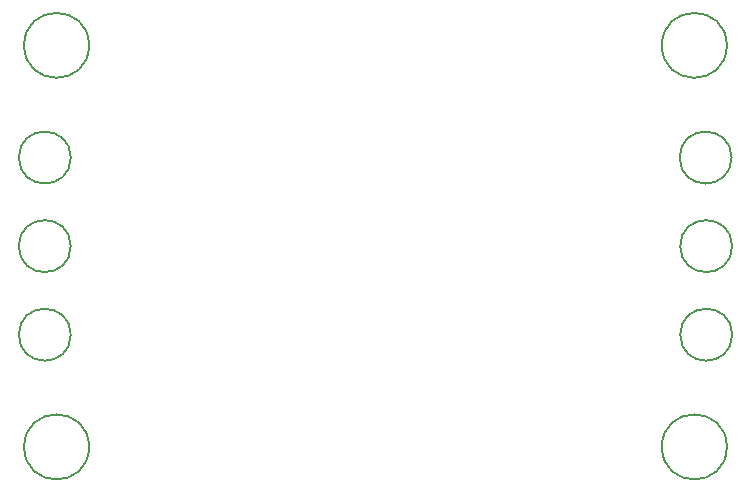
<source format=gbr>
%TF.GenerationSoftware,KiCad,Pcbnew,8.0.5*%
%TF.CreationDate,2024-10-07T22:06:05+02:00*%
%TF.ProjectId,kerstboom,6b657273-7462-46f6-9f6d-2e6b69636164,rev?*%
%TF.SameCoordinates,Original*%
%TF.FileFunction,Other,Comment*%
%FSLAX46Y46*%
G04 Gerber Fmt 4.6, Leading zero omitted, Abs format (unit mm)*
G04 Created by KiCad (PCBNEW 8.0.5) date 2024-10-07 22:06:05*
%MOMM*%
%LPD*%
G01*
G04 APERTURE LIST*
%ADD10C,0.150000*%
G04 APERTURE END LIST*
D10*
%TO.C,H5*%
X103950000Y-81500000D02*
G75*
G02*
X99550000Y-81500000I-2200000J0D01*
G01*
X99550000Y-81500000D02*
G75*
G02*
X103950000Y-81500000I2200000J0D01*
G01*
%TO.C,H4*%
X159500000Y-106000000D02*
G75*
G02*
X154000000Y-106000000I-2750000J0D01*
G01*
X154000000Y-106000000D02*
G75*
G02*
X159500000Y-106000000I2750000J0D01*
G01*
%TO.C,H6*%
X103950000Y-89000000D02*
G75*
G02*
X99550000Y-89000000I-2200000J0D01*
G01*
X99550000Y-89000000D02*
G75*
G02*
X103950000Y-89000000I2200000J0D01*
G01*
%TO.C,H9*%
X159950000Y-89000000D02*
G75*
G02*
X155550000Y-89000000I-2200000J0D01*
G01*
X155550000Y-89000000D02*
G75*
G02*
X159950000Y-89000000I2200000J0D01*
G01*
%TO.C,H10*%
X159950000Y-96500000D02*
G75*
G02*
X155550000Y-96500000I-2200000J0D01*
G01*
X155550000Y-96500000D02*
G75*
G02*
X159950000Y-96500000I2200000J0D01*
G01*
%TO.C,H1*%
X105500000Y-72000000D02*
G75*
G02*
X100000000Y-72000000I-2750000J0D01*
G01*
X100000000Y-72000000D02*
G75*
G02*
X105500000Y-72000000I2750000J0D01*
G01*
%TO.C,H8*%
X159900000Y-81500000D02*
G75*
G02*
X155500000Y-81500000I-2200000J0D01*
G01*
X155500000Y-81500000D02*
G75*
G02*
X159900000Y-81500000I2200000J0D01*
G01*
%TO.C,H2*%
X105500000Y-106000000D02*
G75*
G02*
X100000000Y-106000000I-2750000J0D01*
G01*
X100000000Y-106000000D02*
G75*
G02*
X105500000Y-106000000I2750000J0D01*
G01*
%TO.C,H3*%
X159500000Y-72000000D02*
G75*
G02*
X154000000Y-72000000I-2750000J0D01*
G01*
X154000000Y-72000000D02*
G75*
G02*
X159500000Y-72000000I2750000J0D01*
G01*
%TO.C,H7*%
X103950000Y-96500000D02*
G75*
G02*
X99550000Y-96500000I-2200000J0D01*
G01*
X99550000Y-96500000D02*
G75*
G02*
X103950000Y-96500000I2200000J0D01*
G01*
%TD*%
M02*

</source>
